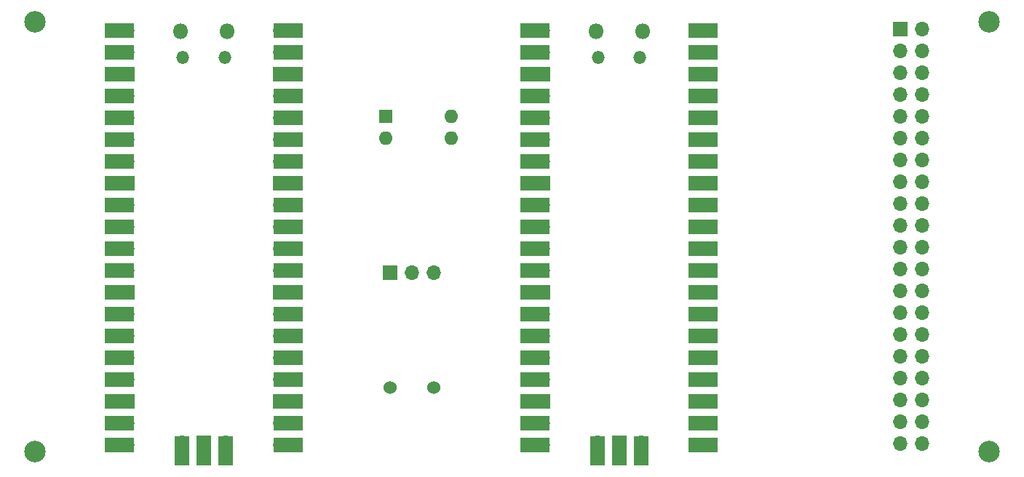
<source format=gbr>
%TF.GenerationSoftware,KiCad,Pcbnew,7.0.5-0*%
%TF.CreationDate,2023-11-23T17:12:17+00:00*%
%TF.ProjectId,PicoprobeTester,5069636f-7072-46f6-9265-546573746572,rev?*%
%TF.SameCoordinates,Original*%
%TF.FileFunction,Soldermask,Top*%
%TF.FilePolarity,Negative*%
%FSLAX46Y46*%
G04 Gerber Fmt 4.6, Leading zero omitted, Abs format (unit mm)*
G04 Created by KiCad (PCBNEW 7.0.5-0) date 2023-11-23 17:12:17*
%MOMM*%
%LPD*%
G01*
G04 APERTURE LIST*
%ADD10C,2.500000*%
%ADD11O,1.800000X1.800000*%
%ADD12O,1.500000X1.500000*%
%ADD13O,1.700000X1.700000*%
%ADD14R,3.500000X1.700000*%
%ADD15R,1.700000X1.700000*%
%ADD16R,1.700000X3.500000*%
%ADD17C,1.524000*%
%ADD18R,1.600000X1.600000*%
%ADD19O,1.600000X1.600000*%
G04 APERTURE END LIST*
D10*
%TO.C,H3*%
X50000000Y-72000000D03*
%TD*%
%TO.C,H1*%
X161000000Y-72000000D03*
%TD*%
D11*
%TO.C,Target1*%
X115215000Y-73095000D03*
D12*
X115515000Y-76125000D03*
X120365000Y-76125000D03*
D11*
X120665000Y-73095000D03*
D13*
X109050000Y-72965000D03*
D14*
X108150000Y-72965000D03*
D13*
X109050000Y-75505000D03*
D14*
X108150000Y-75505000D03*
D15*
X109050000Y-78045000D03*
D14*
X108150000Y-78045000D03*
D13*
X109050000Y-80585000D03*
D14*
X108150000Y-80585000D03*
D13*
X109050000Y-83125000D03*
D14*
X108150000Y-83125000D03*
D13*
X109050000Y-85665000D03*
D14*
X108150000Y-85665000D03*
D13*
X109050000Y-88205000D03*
D14*
X108150000Y-88205000D03*
D15*
X109050000Y-90745000D03*
D14*
X108150000Y-90745000D03*
D13*
X109050000Y-93285000D03*
D14*
X108150000Y-93285000D03*
D13*
X109050000Y-95825000D03*
D14*
X108150000Y-95825000D03*
D13*
X109050000Y-98365000D03*
D14*
X108150000Y-98365000D03*
D13*
X109050000Y-100905000D03*
D14*
X108150000Y-100905000D03*
D15*
X109050000Y-103445000D03*
D14*
X108150000Y-103445000D03*
D13*
X109050000Y-105985000D03*
D14*
X108150000Y-105985000D03*
D13*
X109050000Y-108525000D03*
D14*
X108150000Y-108525000D03*
D13*
X109050000Y-111065000D03*
D14*
X108150000Y-111065000D03*
D13*
X109050000Y-113605000D03*
D14*
X108150000Y-113605000D03*
D15*
X109050000Y-116145000D03*
D14*
X108150000Y-116145000D03*
D13*
X109050000Y-118685000D03*
D14*
X108150000Y-118685000D03*
D13*
X109050000Y-121225000D03*
D14*
X108150000Y-121225000D03*
D13*
X126830000Y-121225000D03*
D14*
X127730000Y-121225000D03*
D13*
X126830000Y-118685000D03*
D14*
X127730000Y-118685000D03*
D15*
X126830000Y-116145000D03*
D14*
X127730000Y-116145000D03*
D13*
X126830000Y-113605000D03*
D14*
X127730000Y-113605000D03*
D13*
X126830000Y-111065000D03*
D14*
X127730000Y-111065000D03*
D13*
X126830000Y-108525000D03*
D14*
X127730000Y-108525000D03*
D13*
X126830000Y-105985000D03*
D14*
X127730000Y-105985000D03*
D15*
X126830000Y-103445000D03*
D14*
X127730000Y-103445000D03*
D13*
X126830000Y-100905000D03*
D14*
X127730000Y-100905000D03*
D13*
X126830000Y-98365000D03*
D14*
X127730000Y-98365000D03*
D13*
X126830000Y-95825000D03*
D14*
X127730000Y-95825000D03*
D13*
X126830000Y-93285000D03*
D14*
X127730000Y-93285000D03*
D15*
X126830000Y-90745000D03*
D14*
X127730000Y-90745000D03*
D13*
X126830000Y-88205000D03*
D14*
X127730000Y-88205000D03*
D13*
X126830000Y-85665000D03*
D14*
X127730000Y-85665000D03*
D13*
X126830000Y-83125000D03*
D14*
X127730000Y-83125000D03*
D13*
X126830000Y-80585000D03*
D14*
X127730000Y-80585000D03*
D15*
X126830000Y-78045000D03*
D14*
X127730000Y-78045000D03*
D13*
X126830000Y-75505000D03*
D14*
X127730000Y-75505000D03*
D13*
X126830000Y-72965000D03*
D14*
X127730000Y-72965000D03*
D13*
X115400000Y-120995000D03*
D16*
X115400000Y-121895000D03*
D15*
X117940000Y-120995000D03*
D16*
X117940000Y-121895000D03*
D13*
X120480000Y-120995000D03*
D16*
X120480000Y-121895000D03*
%TD*%
D10*
%TO.C,H4*%
X50000000Y-122000000D03*
%TD*%
D15*
%TO.C,J2*%
X91325000Y-101175000D03*
D13*
X93865000Y-101175000D03*
X96405000Y-101175000D03*
%TD*%
D10*
%TO.C,H2*%
X161000000Y-122000000D03*
%TD*%
D17*
%TO.C,SW2*%
X96393000Y-114554000D03*
X91313000Y-114554000D03*
%TD*%
D15*
%TO.C,J1*%
X150685000Y-72780000D03*
D13*
X153225000Y-72780000D03*
X150685000Y-75320000D03*
X153225000Y-75320000D03*
X150685000Y-77860000D03*
X153225000Y-77860000D03*
X150685000Y-80400000D03*
X153225000Y-80400000D03*
X150685000Y-82940000D03*
X153225000Y-82940000D03*
X150685000Y-85480000D03*
X153225000Y-85480000D03*
X150685000Y-88020000D03*
X153225000Y-88020000D03*
X150685000Y-90560000D03*
X153225000Y-90560000D03*
X150685000Y-93100000D03*
X153225000Y-93100000D03*
X150685000Y-95640000D03*
X153225000Y-95640000D03*
X150685000Y-98180000D03*
X153225000Y-98180000D03*
X150685000Y-100720000D03*
X153225000Y-100720000D03*
X150685000Y-103260000D03*
X153225000Y-103260000D03*
X150685000Y-105800000D03*
X153225000Y-105800000D03*
X150685000Y-108340000D03*
X153225000Y-108340000D03*
X150685000Y-110880000D03*
X153225000Y-110880000D03*
X150685000Y-113420000D03*
X153225000Y-113420000D03*
X150685000Y-115960000D03*
X153225000Y-115960000D03*
X150685000Y-118500000D03*
X153225000Y-118500000D03*
X150685000Y-121040000D03*
X153225000Y-121040000D03*
%TD*%
D18*
%TO.C,SW1*%
X90807500Y-83000000D03*
D19*
X90807500Y-85540000D03*
X98427500Y-85540000D03*
X98427500Y-83000000D03*
%TD*%
D11*
%TO.C,PicoProbe1*%
X66885000Y-73090000D03*
D12*
X67185000Y-76120000D03*
X72035000Y-76120000D03*
D11*
X72335000Y-73090000D03*
D13*
X60720000Y-72960000D03*
D14*
X59820000Y-72960000D03*
D13*
X60720000Y-75500000D03*
D14*
X59820000Y-75500000D03*
D15*
X60720000Y-78040000D03*
D14*
X59820000Y-78040000D03*
D13*
X60720000Y-80580000D03*
D14*
X59820000Y-80580000D03*
D13*
X60720000Y-83120000D03*
D14*
X59820000Y-83120000D03*
D13*
X60720000Y-85660000D03*
D14*
X59820000Y-85660000D03*
D13*
X60720000Y-88200000D03*
D14*
X59820000Y-88200000D03*
D15*
X60720000Y-90740000D03*
D14*
X59820000Y-90740000D03*
D13*
X60720000Y-93280000D03*
D14*
X59820000Y-93280000D03*
D13*
X60720000Y-95820000D03*
D14*
X59820000Y-95820000D03*
D13*
X60720000Y-98360000D03*
D14*
X59820000Y-98360000D03*
D13*
X60720000Y-100900000D03*
D14*
X59820000Y-100900000D03*
D15*
X60720000Y-103440000D03*
D14*
X59820000Y-103440000D03*
D13*
X60720000Y-105980000D03*
D14*
X59820000Y-105980000D03*
D13*
X60720000Y-108520000D03*
D14*
X59820000Y-108520000D03*
D13*
X60720000Y-111060000D03*
D14*
X59820000Y-111060000D03*
D13*
X60720000Y-113600000D03*
D14*
X59820000Y-113600000D03*
D15*
X60720000Y-116140000D03*
D14*
X59820000Y-116140000D03*
D13*
X60720000Y-118680000D03*
D14*
X59820000Y-118680000D03*
D13*
X60720000Y-121220000D03*
D14*
X59820000Y-121220000D03*
D13*
X78500000Y-121220000D03*
D14*
X79400000Y-121220000D03*
D13*
X78500000Y-118680000D03*
D14*
X79400000Y-118680000D03*
D15*
X78500000Y-116140000D03*
D14*
X79400000Y-116140000D03*
D13*
X78500000Y-113600000D03*
D14*
X79400000Y-113600000D03*
D13*
X78500000Y-111060000D03*
D14*
X79400000Y-111060000D03*
D13*
X78500000Y-108520000D03*
D14*
X79400000Y-108520000D03*
D13*
X78500000Y-105980000D03*
D14*
X79400000Y-105980000D03*
D15*
X78500000Y-103440000D03*
D14*
X79400000Y-103440000D03*
D13*
X78500000Y-100900000D03*
D14*
X79400000Y-100900000D03*
D13*
X78500000Y-98360000D03*
D14*
X79400000Y-98360000D03*
D13*
X78500000Y-95820000D03*
D14*
X79400000Y-95820000D03*
D13*
X78500000Y-93280000D03*
D14*
X79400000Y-93280000D03*
D15*
X78500000Y-90740000D03*
D14*
X79400000Y-90740000D03*
D13*
X78500000Y-88200000D03*
D14*
X79400000Y-88200000D03*
D13*
X78500000Y-85660000D03*
D14*
X79400000Y-85660000D03*
D13*
X78500000Y-83120000D03*
D14*
X79400000Y-83120000D03*
D13*
X78500000Y-80580000D03*
D14*
X79400000Y-80580000D03*
D15*
X78500000Y-78040000D03*
D14*
X79400000Y-78040000D03*
D13*
X78500000Y-75500000D03*
D14*
X79400000Y-75500000D03*
D13*
X78500000Y-72960000D03*
D14*
X79400000Y-72960000D03*
D13*
X67070000Y-120990000D03*
D16*
X67070000Y-121890000D03*
D15*
X69610000Y-120990000D03*
D16*
X69610000Y-121890000D03*
D13*
X72150000Y-120990000D03*
D16*
X72150000Y-121890000D03*
%TD*%
M02*

</source>
